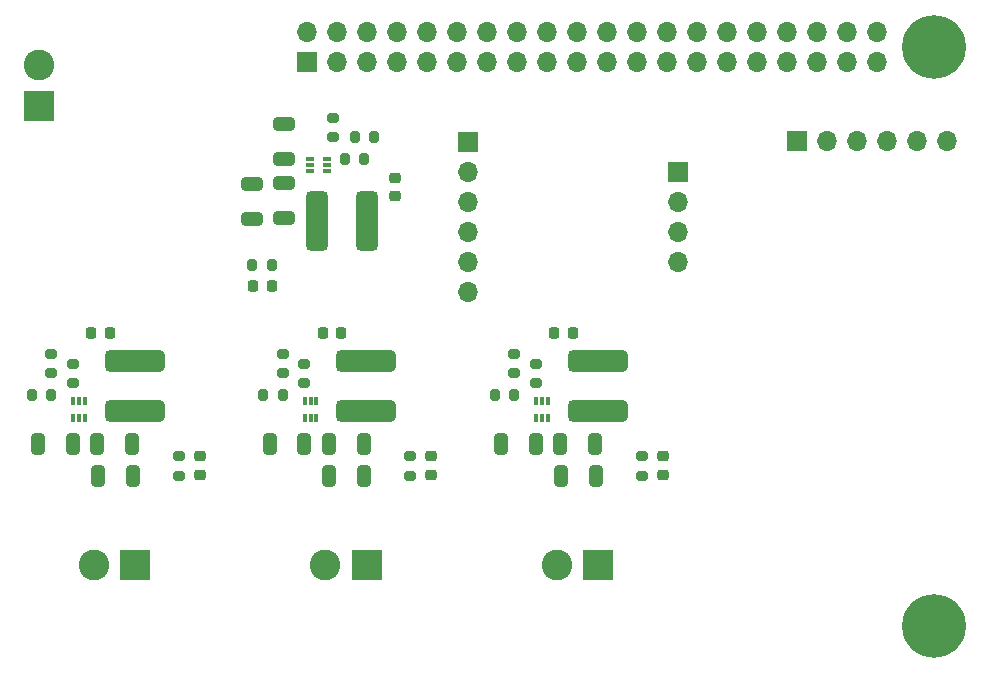
<source format=gbr>
%TF.GenerationSoftware,KiCad,Pcbnew,8.0.1*%
%TF.CreationDate,2024-04-24T14:46:20+03:00*%
%TF.ProjectId,QRPfRA_RP4_hat,51525066-5241-45f5-9250-345f6861742e,rev?*%
%TF.SameCoordinates,Original*%
%TF.FileFunction,Soldermask,Top*%
%TF.FilePolarity,Negative*%
%FSLAX46Y46*%
G04 Gerber Fmt 4.6, Leading zero omitted, Abs format (unit mm)*
G04 Created by KiCad (PCBNEW 8.0.1) date 2024-04-24 14:46:20*
%MOMM*%
%LPD*%
G01*
G04 APERTURE LIST*
G04 Aperture macros list*
%AMRoundRect*
0 Rectangle with rounded corners*
0 $1 Rounding radius*
0 $2 $3 $4 $5 $6 $7 $8 $9 X,Y pos of 4 corners*
0 Add a 4 corners polygon primitive as box body*
4,1,4,$2,$3,$4,$5,$6,$7,$8,$9,$2,$3,0*
0 Add four circle primitives for the rounded corners*
1,1,$1+$1,$2,$3*
1,1,$1+$1,$4,$5*
1,1,$1+$1,$6,$7*
1,1,$1+$1,$8,$9*
0 Add four rect primitives between the rounded corners*
20,1,$1+$1,$2,$3,$4,$5,0*
20,1,$1+$1,$4,$5,$6,$7,0*
20,1,$1+$1,$6,$7,$8,$9,0*
20,1,$1+$1,$8,$9,$2,$3,0*%
G04 Aperture macros list end*
%ADD10R,2.600000X2.600000*%
%ADD11C,2.600000*%
%ADD12C,5.400000*%
%ADD13RoundRect,0.085000X0.085000X-0.265000X0.085000X0.265000X-0.085000X0.265000X-0.085000X-0.265000X0*%
%ADD14RoundRect,0.200000X0.275000X-0.200000X0.275000X0.200000X-0.275000X0.200000X-0.275000X-0.200000X0*%
%ADD15RoundRect,0.200000X0.200000X0.275000X-0.200000X0.275000X-0.200000X-0.275000X0.200000X-0.275000X0*%
%ADD16RoundRect,0.200000X-0.275000X0.200000X-0.275000X-0.200000X0.275000X-0.200000X0.275000X0.200000X0*%
%ADD17RoundRect,0.475000X-2.075000X0.475000X-2.075000X-0.475000X2.075000X-0.475000X2.075000X0.475000X0*%
%ADD18RoundRect,0.218750X0.256250X-0.218750X0.256250X0.218750X-0.256250X0.218750X-0.256250X-0.218750X0*%
%ADD19RoundRect,0.250000X0.325000X0.650000X-0.325000X0.650000X-0.325000X-0.650000X0.325000X-0.650000X0*%
%ADD20RoundRect,0.225000X0.225000X0.250000X-0.225000X0.250000X-0.225000X-0.250000X0.225000X-0.250000X0*%
%ADD21RoundRect,0.250000X-0.325000X-0.650000X0.325000X-0.650000X0.325000X0.650000X-0.325000X0.650000X0*%
%ADD22R,1.700000X1.700000*%
%ADD23O,1.700000X1.700000*%
%ADD24RoundRect,0.250000X-0.650000X0.325000X-0.650000X-0.325000X0.650000X-0.325000X0.650000X0.325000X0*%
%ADD25RoundRect,0.225000X0.250000X-0.225000X0.250000X0.225000X-0.250000X0.225000X-0.250000X-0.225000X0*%
%ADD26RoundRect,0.250000X0.650000X-0.325000X0.650000X0.325000X-0.650000X0.325000X-0.650000X-0.325000X0*%
%ADD27RoundRect,0.218750X-0.218750X-0.256250X0.218750X-0.256250X0.218750X0.256250X-0.218750X0.256250X0*%
%ADD28RoundRect,0.475000X0.475000X2.075000X-0.475000X2.075000X-0.475000X-2.075000X0.475000X-2.075000X0*%
%ADD29RoundRect,0.200000X-0.200000X-0.275000X0.200000X-0.275000X0.200000X0.275000X-0.200000X0.275000X0*%
%ADD30RoundRect,0.085000X-0.265000X-0.085000X0.265000X-0.085000X0.265000X0.085000X-0.265000X0.085000X0*%
G04 APERTURE END LIST*
D10*
%TO.C,J5*%
X106362529Y-74013043D03*
D11*
X106362529Y-70513043D03*
%TD*%
D12*
%TO.C,H4*%
X182147529Y-69038043D03*
%TD*%
%TO.C,H2*%
X182147529Y-118038043D03*
%TD*%
D11*
%TO.C,J9*%
X130612529Y-112888043D03*
D10*
X134112529Y-112888043D03*
%TD*%
%TO.C,J10*%
X153712529Y-112888043D03*
D11*
X150212529Y-112888043D03*
%TD*%
D10*
%TO.C,J11*%
X114512529Y-112888043D03*
D11*
X111012529Y-112888043D03*
%TD*%
D13*
%TO.C,U7*%
X109262529Y-100463043D03*
X109762529Y-100463043D03*
X110262529Y-100463043D03*
X110262529Y-98963043D03*
X109762529Y-98963043D03*
X109262529Y-98963043D03*
%TD*%
%TO.C,U6*%
X148462529Y-100463043D03*
X148962529Y-100463043D03*
X149462529Y-100463043D03*
X149462529Y-98963043D03*
X148962529Y-98963043D03*
X148462529Y-98963043D03*
%TD*%
%TO.C,U5*%
X128862529Y-98963043D03*
X129362529Y-98963043D03*
X129862529Y-98963043D03*
X129862529Y-100463043D03*
X129362529Y-100463043D03*
X128862529Y-100463043D03*
%TD*%
D14*
%TO.C,R28*%
X118212528Y-105308043D03*
X118212528Y-103658043D03*
%TD*%
D15*
%TO.C,R27*%
X107387529Y-98458043D03*
X105737529Y-98458043D03*
%TD*%
D16*
%TO.C,R26*%
X107387529Y-94983043D03*
X107387529Y-96633043D03*
%TD*%
%TO.C,R25*%
X109212529Y-95833043D03*
X109212529Y-97483043D03*
%TD*%
D14*
%TO.C,R24*%
X157412528Y-105308043D03*
X157412528Y-103658043D03*
%TD*%
D15*
%TO.C,R23*%
X146587529Y-98458043D03*
X144937529Y-98458043D03*
%TD*%
D16*
%TO.C,R22*%
X146587529Y-94983043D03*
X146587529Y-96633043D03*
%TD*%
%TO.C,R21*%
X148412529Y-95833043D03*
X148412529Y-97483043D03*
%TD*%
D14*
%TO.C,R20*%
X137812528Y-103658043D03*
X137812528Y-105308043D03*
%TD*%
D15*
%TO.C,R19*%
X125337529Y-98458043D03*
X126987529Y-98458043D03*
%TD*%
D16*
%TO.C,R18*%
X126987529Y-96633043D03*
X126987529Y-94983043D03*
%TD*%
%TO.C,R17*%
X128812529Y-97483043D03*
X128812529Y-95833043D03*
%TD*%
D17*
%TO.C,L7*%
X114462529Y-95608043D03*
X114462529Y-99808043D03*
%TD*%
%TO.C,L6*%
X153662529Y-95608043D03*
X153662529Y-99808043D03*
%TD*%
%TO.C,L5*%
X134062529Y-99808043D03*
X134062529Y-95608043D03*
%TD*%
D18*
%TO.C,D7*%
X119962528Y-105238043D03*
X119962528Y-103663043D03*
%TD*%
%TO.C,D6*%
X159162528Y-105238043D03*
X159162528Y-103663043D03*
%TD*%
%TO.C,D5*%
X139562528Y-103663043D03*
X139562528Y-105238043D03*
%TD*%
D19*
%TO.C,C28*%
X114262529Y-102613043D03*
X111312529Y-102613043D03*
%TD*%
%TO.C,C27*%
X114287529Y-105308043D03*
X111337529Y-105308043D03*
%TD*%
D20*
%TO.C,C26*%
X112362529Y-93208043D03*
X110812529Y-93208043D03*
%TD*%
D21*
%TO.C,C25*%
X106287529Y-102608043D03*
X109237529Y-102608043D03*
%TD*%
D19*
%TO.C,C24*%
X153462529Y-102613043D03*
X150512529Y-102613043D03*
%TD*%
%TO.C,C23*%
X153487529Y-105308043D03*
X150537529Y-105308043D03*
%TD*%
D20*
%TO.C,C22*%
X151562529Y-93208043D03*
X150012529Y-93208043D03*
%TD*%
D21*
%TO.C,C21*%
X145487529Y-102608043D03*
X148437529Y-102608043D03*
%TD*%
D19*
%TO.C,C20*%
X130912529Y-102613043D03*
X133862529Y-102613043D03*
%TD*%
%TO.C,C19*%
X130937529Y-105308043D03*
X133887529Y-105308043D03*
%TD*%
D20*
%TO.C,C18*%
X130412529Y-93208043D03*
X131962529Y-93208043D03*
%TD*%
D21*
%TO.C,C17*%
X128837529Y-102608043D03*
X125887529Y-102608043D03*
%TD*%
D22*
%TO.C,J1*%
X129022529Y-70313043D03*
D23*
X129022529Y-67773043D03*
X131562529Y-70313043D03*
X131562529Y-67773043D03*
X134102529Y-70313043D03*
X134102529Y-67773043D03*
X136642529Y-70313043D03*
X136642529Y-67773043D03*
X139182529Y-70313043D03*
X139182529Y-67773043D03*
X141722529Y-70313043D03*
X141722529Y-67773043D03*
X144262529Y-70313043D03*
X144262529Y-67773043D03*
X146802529Y-70313043D03*
X146802529Y-67773043D03*
X149342529Y-70313043D03*
X149342529Y-67773043D03*
X151882529Y-70313043D03*
X151882529Y-67773043D03*
X154422529Y-70313043D03*
X154422529Y-67773043D03*
X156962529Y-70313043D03*
X156962529Y-67773043D03*
X159502529Y-70313043D03*
X159502529Y-67773043D03*
X162042529Y-70313043D03*
X162042529Y-67773043D03*
X164582529Y-70313043D03*
X164582529Y-67773043D03*
X167122529Y-70313043D03*
X167122529Y-67773043D03*
X169662529Y-70313043D03*
X169662529Y-67773043D03*
X172202529Y-70313043D03*
X172202529Y-67773043D03*
X174742529Y-70313043D03*
X174742529Y-67773043D03*
X177282529Y-70313043D03*
X177282529Y-67773043D03*
%TD*%
D24*
%TO.C,C1*%
X127144486Y-75540572D03*
X127144486Y-78490572D03*
%TD*%
D25*
%TO.C,C2*%
X136544486Y-80065572D03*
X136544486Y-81615572D03*
%TD*%
D26*
%TO.C,C3*%
X124444486Y-80590572D03*
X124444486Y-83540572D03*
%TD*%
%TO.C,C4*%
X127139486Y-80565572D03*
X127139486Y-83515572D03*
%TD*%
D27*
%TO.C,D1*%
X124514486Y-89215572D03*
X126089486Y-89215572D03*
%TD*%
D28*
%TO.C,L1*%
X129944486Y-83715572D03*
X134144486Y-83715572D03*
%TD*%
D15*
%TO.C,R1*%
X133919486Y-78465572D03*
X132269486Y-78465572D03*
%TD*%
%TO.C,R2*%
X133119486Y-76640572D03*
X134769486Y-76640572D03*
%TD*%
D14*
%TO.C,R3*%
X131294486Y-76640572D03*
X131294486Y-74990572D03*
%TD*%
D29*
%TO.C,R13*%
X124444486Y-87465572D03*
X126094486Y-87465572D03*
%TD*%
D30*
%TO.C,U1*%
X130789486Y-78515572D03*
X130789486Y-79015572D03*
X130789486Y-79515572D03*
X129289486Y-79515572D03*
X129289486Y-79015572D03*
X129289486Y-78515572D03*
%TD*%
D22*
%TO.C,J3*%
X142650000Y-77040000D03*
D23*
X142650000Y-79580000D03*
X142650000Y-82120000D03*
X142650000Y-84660000D03*
X142650000Y-87200000D03*
X142650000Y-89740000D03*
%TD*%
%TO.C,J2*%
X160452243Y-87213043D03*
X160452243Y-84673043D03*
X160452243Y-82133043D03*
D22*
X160452243Y-79593043D03*
%TD*%
%TO.C,J4*%
X170580000Y-76940000D03*
D23*
X173120000Y-76940000D03*
X175660000Y-76940000D03*
X178200000Y-76940000D03*
X180740000Y-76940000D03*
X183280000Y-76940000D03*
%TD*%
M02*

</source>
